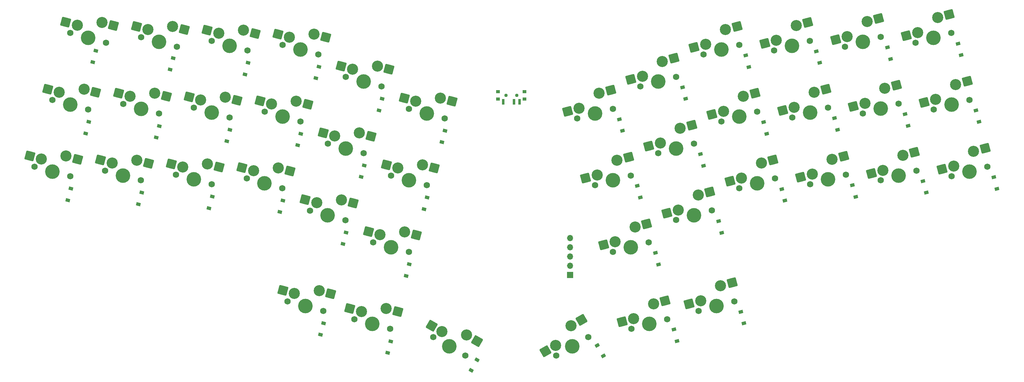
<source format=gbs>
G04 #@! TF.GenerationSoftware,KiCad,Pcbnew,(6.0.8-1)-1*
G04 #@! TF.CreationDate,2022-11-12T18:34:57-05:00*
G04 #@! TF.ProjectId,ergo3by6plus3nonSplit,6572676f-3362-4793-9670-6c7573336e6f,rev?*
G04 #@! TF.SameCoordinates,Original*
G04 #@! TF.FileFunction,Soldermask,Bot*
G04 #@! TF.FilePolarity,Negative*
%FSLAX46Y46*%
G04 Gerber Fmt 4.6, Leading zero omitted, Abs format (unit mm)*
G04 Created by KiCad (PCBNEW (6.0.8-1)-1) date 2022-11-12 18:34:57*
%MOMM*%
%LPD*%
G01*
G04 APERTURE LIST*
G04 Aperture macros list*
%AMRoundRect*
0 Rectangle with rounded corners*
0 $1 Rounding radius*
0 $2 $3 $4 $5 $6 $7 $8 $9 X,Y pos of 4 corners*
0 Add a 4 corners polygon primitive as box body*
4,1,4,$2,$3,$4,$5,$6,$7,$8,$9,$2,$3,0*
0 Add four circle primitives for the rounded corners*
1,1,$1+$1,$2,$3*
1,1,$1+$1,$4,$5*
1,1,$1+$1,$6,$7*
1,1,$1+$1,$8,$9*
0 Add four rect primitives between the rounded corners*
20,1,$1+$1,$2,$3,$4,$5,0*
20,1,$1+$1,$4,$5,$6,$7,0*
20,1,$1+$1,$6,$7,$8,$9,0*
20,1,$1+$1,$8,$9,$2,$3,0*%
%AMRotRect*
0 Rectangle, with rotation*
0 The origin of the aperture is its center*
0 $1 length*
0 $2 width*
0 $3 Rotation angle, in degrees counterclockwise*
0 Add horizontal line*
21,1,$1,$2,0,0,$3*%
G04 Aperture macros list end*
%ADD10RotRect,0.900000X1.200000X105.000000*%
%ADD11RotRect,0.900000X1.200000X120.000000*%
%ADD12RotRect,0.900000X1.200000X60.000000*%
%ADD13RotRect,0.900000X1.200000X75.000000*%
%ADD14R,1.700000X1.700000*%
%ADD15O,1.700000X1.700000*%
%ADD16R,0.711200X1.498600*%
%ADD17C,0.939800*%
%ADD18R,0.990600X0.812800*%
%ADD19C,1.750000*%
%ADD20C,3.050000*%
%ADD21C,4.000000*%
%ADD22RoundRect,0.250000X-1.387676X-0.353525X0.387676X-1.378525X1.387676X0.353525X-0.387676X1.378525X0*%
%ADD23RoundRect,0.250000X-1.248893X-0.700636X0.731255X-1.231215X1.248893X0.700636X-0.731255X1.231215X0*%
%ADD24RoundRect,0.250000X-0.731255X-1.231215X1.248893X-0.700636X0.731255X1.231215X-1.248893X0.700636X0*%
%ADD25RoundRect,0.250000X-0.387676X-1.378525X1.387676X-0.353525X0.387676X1.378525X-1.387676X0.353525X0*%
G04 APERTURE END LIST*
D10*
X211837051Y-144243778D03*
X210982949Y-141056222D03*
X193434102Y-149127556D03*
X192580000Y-145940000D03*
D11*
X173185000Y-153198942D03*
X171535000Y-150341058D03*
D12*
X136875000Y-157138942D03*
X138525000Y-154281058D03*
D13*
X113942949Y-152373778D03*
X114797051Y-149186222D03*
X95522949Y-147373778D03*
X96377051Y-144186222D03*
D10*
X281367051Y-107233778D03*
X280512949Y-104046222D03*
X261907051Y-108253778D03*
X261052949Y-105066222D03*
X242517051Y-109393778D03*
X241662949Y-106206222D03*
X223127051Y-110473778D03*
X222272949Y-107286222D03*
X205707051Y-119293778D03*
X204852949Y-116106222D03*
X188384102Y-128037556D03*
X187530000Y-124850000D03*
D13*
X119062949Y-131173778D03*
X119917051Y-127986222D03*
X101662949Y-122393778D03*
X102517051Y-119206222D03*
X84312949Y-113603778D03*
X85167051Y-110416222D03*
X64882949Y-112523778D03*
X65737051Y-109336222D03*
X45492949Y-111443778D03*
X46347051Y-108256222D03*
X26032949Y-110353778D03*
X26887051Y-107166222D03*
D10*
X276427051Y-88803778D03*
X275572949Y-85616222D03*
X256987051Y-89823778D03*
X256132949Y-86636222D03*
X237537051Y-90953778D03*
X236682949Y-87766222D03*
X218087051Y-92033778D03*
X217232949Y-88846222D03*
X200757051Y-100843778D03*
X199902949Y-97656222D03*
X183387051Y-109603778D03*
X182532949Y-106416222D03*
D13*
X123972949Y-112803778D03*
X124827051Y-109616222D03*
X106642949Y-103943778D03*
X107497051Y-100756222D03*
X89252949Y-95213778D03*
X90107051Y-92026222D03*
X69772949Y-94123778D03*
X70627051Y-90936222D03*
X50362949Y-93113778D03*
X51217051Y-89926222D03*
X30962949Y-91983778D03*
X31817051Y-88796222D03*
D10*
X271487051Y-70423778D03*
X270632949Y-67236222D03*
X252117051Y-71503778D03*
X251262949Y-68316222D03*
X232617051Y-72523778D03*
X231762949Y-69336222D03*
X213167051Y-73653778D03*
X212312949Y-70466222D03*
X195827051Y-82443778D03*
X194972949Y-79256222D03*
X178447051Y-91233778D03*
X177592949Y-88046222D03*
D13*
X128842949Y-94383778D03*
X129697051Y-91196222D03*
X111542949Y-85603778D03*
X112397051Y-82416222D03*
X94182949Y-76783778D03*
X95037051Y-73596222D03*
X74772949Y-75703778D03*
X75627051Y-72516222D03*
X54172949Y-74403778D03*
X55027051Y-71216222D03*
X32932949Y-72373778D03*
X33787051Y-69186222D03*
D14*
X164110000Y-130970000D03*
D15*
X164110000Y-128430000D03*
X164110000Y-125890000D03*
X164110000Y-123350000D03*
X164110000Y-120810000D03*
D16*
X145679999Y-83231900D03*
X148680001Y-83231900D03*
X150180001Y-83231900D03*
D17*
X146430000Y-81481901D03*
X149430000Y-81481901D03*
D18*
X144280000Y-82531899D03*
X151580000Y-82531899D03*
X144280000Y-80431900D03*
X151580000Y-80431900D03*
D19*
X126520591Y-148060000D03*
X135319409Y-153140000D03*
D20*
X135659705Y-147470591D03*
D21*
X130920000Y-150600000D03*
D20*
X128890443Y-146495295D03*
D22*
X126054210Y-144857795D03*
X138519320Y-149121591D03*
D19*
X56006903Y-68089801D03*
D20*
X48077223Y-63335448D03*
D21*
X51100000Y-66775000D03*
D19*
X46193097Y-65460199D03*
D20*
X54868252Y-62525497D03*
D23*
X44913816Y-62487815D03*
X58057739Y-63380118D03*
D19*
X75456903Y-69139801D03*
D20*
X67527223Y-64385448D03*
D21*
X70550000Y-67825000D03*
D19*
X65643097Y-66510199D03*
D20*
X74318252Y-63575497D03*
D23*
X64363816Y-63537815D03*
X77507739Y-64430118D03*
D19*
X85068097Y-67585199D03*
D20*
X86952223Y-65460448D03*
X93743252Y-64650497D03*
D21*
X89975000Y-68900000D03*
D19*
X94881903Y-70214801D03*
D23*
X83788816Y-64612815D03*
X96932739Y-65505118D03*
D19*
X112256903Y-79014801D03*
D20*
X111118252Y-73450497D03*
D21*
X107350000Y-77700000D03*
D20*
X104327223Y-74260448D03*
D19*
X102443097Y-76385199D03*
D23*
X101163816Y-73412815D03*
X114307739Y-74305118D03*
D19*
X129606903Y-87814801D03*
D20*
X128468252Y-82250497D03*
D21*
X124700000Y-86500000D03*
D19*
X119793097Y-85185199D03*
D20*
X121677223Y-83060448D03*
D23*
X118513816Y-82212815D03*
X131657739Y-83105118D03*
D19*
X175806903Y-85175199D03*
X165993097Y-87804801D03*
D20*
X166562422Y-85022649D03*
D21*
X170900000Y-86490000D03*
D20*
X172038651Y-80925696D03*
D24*
X163399015Y-85870281D03*
X175228138Y-80071076D03*
D19*
X193176903Y-76385199D03*
D20*
X183932422Y-76232649D03*
D21*
X188270000Y-77700000D03*
D20*
X189408651Y-72135696D03*
D19*
X183363097Y-79014801D03*
D24*
X180769015Y-77080281D03*
X192598138Y-71281076D03*
D21*
X205625000Y-68900000D03*
D19*
X200718097Y-70214801D03*
X210531903Y-67585199D03*
D20*
X201287422Y-67432649D03*
X206763651Y-63335696D03*
D24*
X198124015Y-68280281D03*
X209953138Y-62481076D03*
D21*
X225050000Y-67825000D03*
D20*
X220712422Y-66357649D03*
X226188651Y-62260696D03*
D19*
X220143097Y-69139801D03*
X229956903Y-66510199D03*
D24*
X217549015Y-67205281D03*
X229378138Y-61406076D03*
D20*
X240187422Y-65282649D03*
X245663651Y-61185696D03*
D21*
X244525000Y-66750000D03*
D19*
X249431903Y-65435199D03*
X239618097Y-68064801D03*
D24*
X237024015Y-66130281D03*
X248853138Y-60331076D03*
D19*
X268831903Y-64335199D03*
X259018097Y-66964801D03*
D20*
X259587422Y-64182649D03*
D21*
X263925000Y-65650000D03*
D20*
X265063651Y-60085696D03*
D24*
X256424015Y-65030281D03*
X268253138Y-59231076D03*
D20*
X30518252Y-79800497D03*
D19*
X31656903Y-85364801D03*
D21*
X26750000Y-84050000D03*
D20*
X23727223Y-80610448D03*
D19*
X21843097Y-82735199D03*
D23*
X20563816Y-79762815D03*
X33707739Y-80655118D03*
D21*
X46182777Y-85169552D03*
D20*
X49951029Y-80920049D03*
X43160000Y-81730000D03*
D19*
X41275874Y-83854751D03*
X51089680Y-86484353D03*
D23*
X39996593Y-80882367D03*
X53140516Y-81774670D03*
D19*
X70506903Y-87539801D03*
D20*
X69368252Y-81975497D03*
X62577223Y-82785448D03*
D19*
X60693097Y-84910199D03*
D21*
X65600000Y-86225000D03*
D23*
X59413816Y-81937815D03*
X72557739Y-82830118D03*
D20*
X88818252Y-83075497D03*
D19*
X89956903Y-88639801D03*
X80143097Y-86010199D03*
D21*
X85050000Y-87325000D03*
D20*
X82027223Y-83885448D03*
D23*
X78863816Y-83037815D03*
X92007739Y-83930118D03*
D19*
X97518097Y-94785199D03*
X107331903Y-97414801D03*
D21*
X102425000Y-96100000D03*
D20*
X106193252Y-91850497D03*
X99402223Y-92660448D03*
D23*
X96238816Y-91812815D03*
X109382739Y-92705118D03*
D20*
X116757223Y-101450448D03*
D19*
X124686903Y-106204801D03*
D20*
X123548252Y-100640497D03*
D21*
X119780000Y-104890000D03*
D19*
X114873097Y-103575199D03*
D23*
X113593816Y-100602815D03*
X126737739Y-101495118D03*
D19*
X170923097Y-106204801D03*
D20*
X176968651Y-99325696D03*
D21*
X175830000Y-104890000D03*
D20*
X171492422Y-103422649D03*
D19*
X180736903Y-103575199D03*
D24*
X168329015Y-104270281D03*
X180158138Y-98471076D03*
D19*
X198106903Y-94785199D03*
X188293097Y-97414801D03*
D20*
X188862422Y-94632649D03*
X194338651Y-90535696D03*
D21*
X193200000Y-96100000D03*
D24*
X185699015Y-95480281D03*
X197528138Y-89681076D03*
D20*
X206212422Y-85857649D03*
X211688651Y-81760696D03*
D21*
X210550000Y-87325000D03*
D19*
X215456903Y-86010199D03*
X205643097Y-88639801D03*
D24*
X203049015Y-86705281D03*
X214878138Y-80906076D03*
D19*
X244493097Y-86439801D03*
D20*
X245062422Y-83657649D03*
D21*
X249400000Y-85125000D03*
D19*
X254306903Y-83810199D03*
D20*
X250538651Y-79560696D03*
D24*
X241899015Y-84505281D03*
X253728138Y-78706076D03*
D21*
X268860000Y-84050000D03*
D20*
X269998651Y-78485696D03*
D19*
X273766903Y-82735199D03*
X263953097Y-85364801D03*
D20*
X264522422Y-82582649D03*
D24*
X261359015Y-83430281D03*
X273188138Y-77631076D03*
D19*
X26731903Y-103764801D03*
D21*
X21825000Y-102450000D03*
D19*
X16918097Y-101135199D03*
D20*
X18802223Y-99010448D03*
X25593252Y-98200497D03*
D23*
X15638816Y-98162815D03*
X28782739Y-99055118D03*
D20*
X45028252Y-99320497D03*
D19*
X46166903Y-104884801D03*
D20*
X38237223Y-100130448D03*
D19*
X36353097Y-102255199D03*
D21*
X41260000Y-103570000D03*
D23*
X35073816Y-99282815D03*
X48217739Y-100175118D03*
D19*
X55783097Y-103315199D03*
D20*
X64458252Y-100380497D03*
D21*
X60690000Y-104630000D03*
D20*
X57667223Y-101190448D03*
D19*
X65596903Y-105944801D03*
D23*
X54503816Y-100342815D03*
X67647739Y-101235118D03*
D20*
X83893252Y-101450497D03*
X77102223Y-102260448D03*
D19*
X85031903Y-107014801D03*
X75218097Y-104385199D03*
D21*
X80125000Y-105700000D03*
D23*
X73938816Y-101412815D03*
X87082739Y-102305118D03*
D19*
X92573097Y-113195199D03*
D20*
X94457223Y-111070448D03*
D21*
X97480000Y-114510000D03*
D19*
X102386903Y-115824801D03*
D20*
X101248252Y-110260497D03*
D23*
X91293816Y-110222815D03*
X104437739Y-111115118D03*
D21*
X114850000Y-123300000D03*
D20*
X118618252Y-119050497D03*
D19*
X119756903Y-124614801D03*
X109943097Y-121985199D03*
D20*
X111827223Y-119860448D03*
D23*
X108663816Y-119012815D03*
X121807739Y-119905118D03*
D20*
X181908651Y-117715696D03*
D21*
X180770000Y-123280000D03*
D19*
X175863097Y-124594801D03*
X185676903Y-121965199D03*
D20*
X176432422Y-121812649D03*
D24*
X173269015Y-122660281D03*
X185098138Y-116861076D03*
D19*
X193218097Y-115804801D03*
D21*
X198125000Y-114490000D03*
D19*
X203031903Y-113175199D03*
D20*
X193787422Y-113022649D03*
X199263651Y-108925696D03*
D24*
X190624015Y-113870281D03*
X202453138Y-108071076D03*
D19*
X220381903Y-104385199D03*
D20*
X211137422Y-104232649D03*
D21*
X215475000Y-105700000D03*
D19*
X210568097Y-107014801D03*
D20*
X216613651Y-100135696D03*
D24*
X207974015Y-105080281D03*
X219803138Y-99281076D03*
D21*
X254360000Y-103570000D03*
D20*
X255498651Y-98005696D03*
X250022422Y-102102649D03*
D19*
X249453097Y-104884801D03*
X259266903Y-102255199D03*
D24*
X246859015Y-102950281D03*
X258688138Y-97151076D03*
D19*
X268873097Y-103774801D03*
D20*
X274918651Y-96895696D03*
X269442422Y-100992649D03*
D21*
X273780000Y-102460000D03*
D19*
X278686903Y-101145199D03*
D24*
X266279015Y-101840281D03*
X278108138Y-96041076D03*
D21*
X91350000Y-139490000D03*
D19*
X96256903Y-140804801D03*
X86443097Y-138175199D03*
D20*
X88327223Y-136050448D03*
X95118252Y-135240497D03*
D23*
X85163816Y-135202815D03*
X98307739Y-136095118D03*
D20*
X106727223Y-140985448D03*
D21*
X109750000Y-144425000D03*
D19*
X114656903Y-145739801D03*
X104843097Y-143110199D03*
D20*
X113518252Y-140175497D03*
D23*
X103563816Y-140137815D03*
X116707739Y-141030118D03*
D19*
X180943097Y-145734801D03*
D20*
X181512422Y-142952649D03*
D19*
X190756903Y-143105199D03*
D20*
X186988651Y-138855696D03*
D21*
X185850000Y-144420000D03*
D24*
X178349015Y-143800281D03*
X190178138Y-138001076D03*
D19*
X199363097Y-140804801D03*
D20*
X205408651Y-133925696D03*
X199932422Y-138022649D03*
D19*
X209176903Y-138175199D03*
D21*
X204270000Y-139490000D03*
D24*
X196769015Y-138870281D03*
X208598138Y-133071076D03*
D21*
X234940000Y-104630000D03*
D19*
X239846903Y-103315199D03*
X230033097Y-105944801D03*
D20*
X230602422Y-103162649D03*
X236078651Y-99065696D03*
D24*
X227439015Y-104010281D03*
X239268138Y-98211076D03*
D19*
X36579871Y-66963763D03*
D20*
X35441220Y-61399459D03*
D19*
X26766065Y-64334161D03*
D20*
X28650191Y-62209410D03*
D21*
X31672968Y-65648962D03*
D23*
X25486784Y-61361777D03*
X38630707Y-62254080D03*
D19*
X169079409Y-148060000D03*
D21*
X164680000Y-150600000D03*
D20*
X164339705Y-144930591D03*
D19*
X160280591Y-153140000D03*
D20*
X160110443Y-150305295D03*
D25*
X157274210Y-151942795D03*
X167199320Y-143279591D03*
D19*
X225093097Y-87539801D03*
D21*
X230000000Y-86225000D03*
D19*
X234906903Y-84910199D03*
D20*
X231138651Y-80660696D03*
X225662422Y-84757649D03*
D24*
X222499015Y-85605281D03*
X234328138Y-79806076D03*
M02*

</source>
